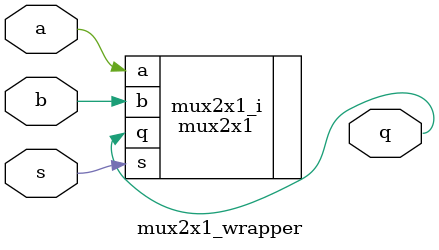
<source format=v>
`timescale 1 ps / 1 ps

module mux2x1_wrapper
   (a,
    b,
    q,
    s);
  input a;
  input b;
  output [0:0]q;
  input s;

  wire a;
  wire b;
  wire [0:0]q;
  wire s;

  mux2x1 mux2x1_i
       (.a(a),
        .b(b),
        .q(q),
        .s(s));
endmodule

</source>
